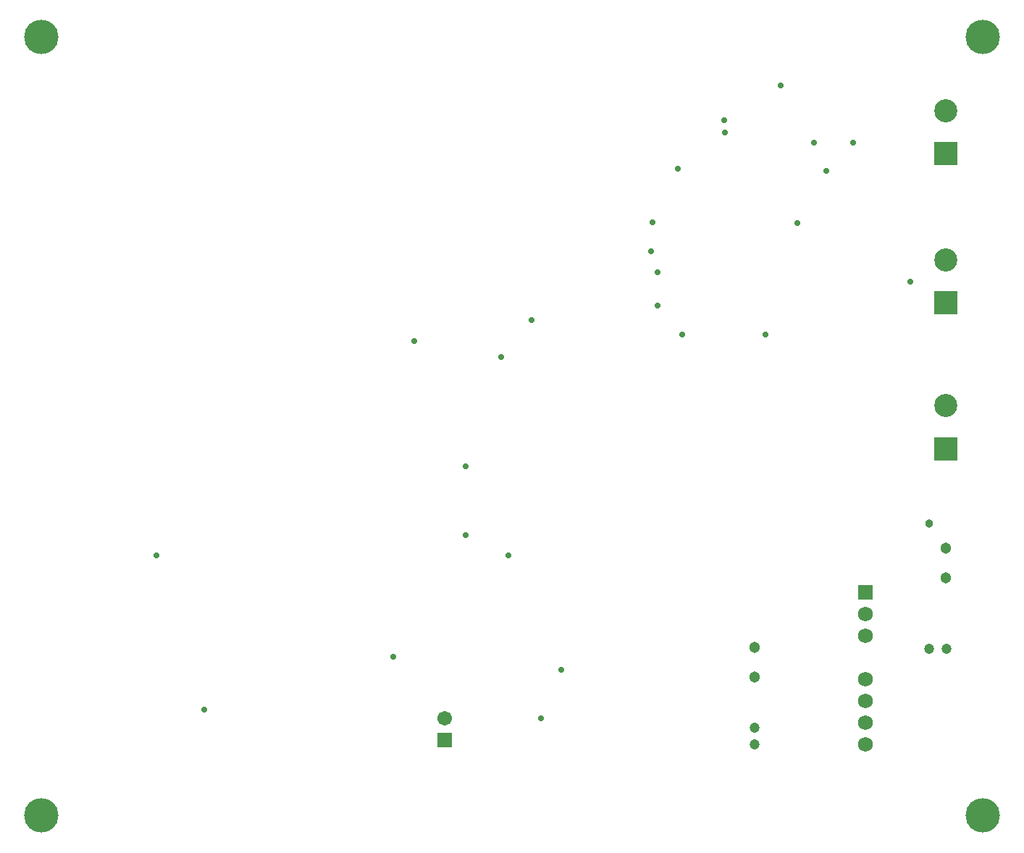
<source format=gbs>
G04*
G04 #@! TF.GenerationSoftware,Altium Limited,Altium Designer,19.0.4 (130)*
G04*
G04 Layer_Color=16711935*
%FSLAX25Y25*%
%MOIN*%
G70*
G01*
G75*
%ADD57R,0.06706X0.06706*%
%ADD58C,0.06706*%
%ADD59C,0.04737*%
%ADD60C,0.05131*%
%ADD61R,0.06800X0.06800*%
%ADD62C,0.06800*%
%ADD63C,0.10642*%
%ADD64R,0.10642X0.10642*%
%ADD65C,0.03800*%
%ADD67C,0.02800*%
%ADD85C,0.15800*%
D57*
X205118Y54567D02*
D03*
D58*
Y64567D02*
D03*
D59*
X428346Y96457D02*
D03*
X436221D02*
D03*
X347913Y52362D02*
D03*
Y60236D02*
D03*
D60*
X348031Y83268D02*
D03*
Y97047D02*
D03*
X435827Y128937D02*
D03*
Y142717D02*
D03*
D61*
X398819Y122283D02*
D03*
D62*
Y112284D02*
D03*
Y102284D02*
D03*
Y82284D02*
D03*
Y72284D02*
D03*
Y62283D02*
D03*
Y52284D02*
D03*
D63*
X435827Y344094D02*
D03*
Y208268D02*
D03*
X435827Y275591D02*
D03*
D64*
X435827Y324410D02*
D03*
Y188583D02*
D03*
X435827Y255906D02*
D03*
D65*
X428346Y153937D02*
D03*
D67*
X393307Y329528D02*
D03*
X249606Y64567D02*
D03*
X181496Y92795D02*
D03*
X380945Y316535D02*
D03*
X359961Y355787D02*
D03*
X231102Y230713D02*
D03*
X234646Y139374D02*
D03*
X72441Y139370D02*
D03*
X94488Y68504D02*
D03*
X419685Y265354D02*
D03*
X259055Y86614D02*
D03*
X300354Y279567D02*
D03*
X333858Y339764D02*
D03*
X334252Y334252D02*
D03*
X312598Y317323D02*
D03*
X245276Y247638D02*
D03*
X214961Y180319D02*
D03*
X214959Y148823D02*
D03*
X303150Y269685D02*
D03*
Y254409D02*
D03*
X367717Y292520D02*
D03*
X300787Y292913D02*
D03*
X191339Y238189D02*
D03*
X314567Y240945D02*
D03*
X352858D02*
D03*
X375197Y329528D02*
D03*
D85*
X452756Y19685D02*
D03*
Y377953D02*
D03*
X19685Y19685D02*
D03*
Y377953D02*
D03*
M02*

</source>
